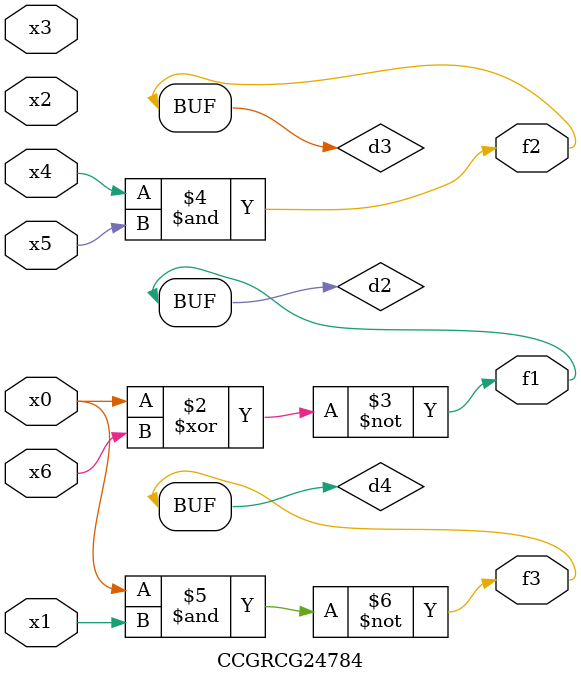
<source format=v>
module CCGRCG24784(
	input x0, x1, x2, x3, x4, x5, x6,
	output f1, f2, f3
);

	wire d1, d2, d3, d4;

	nor (d1, x0);
	xnor (d2, x0, x6);
	and (d3, x4, x5);
	nand (d4, x0, x1);
	assign f1 = d2;
	assign f2 = d3;
	assign f3 = d4;
endmodule

</source>
